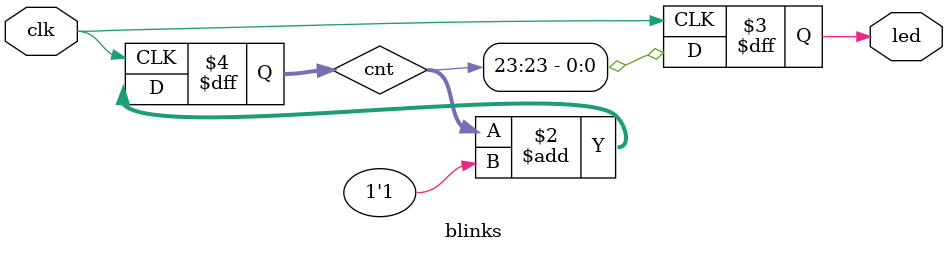
<source format=v>
module blinks(clk,led);

input clk;
output reg led;
reg[23:0] cnt;

always @ (posedge clk) begin
cnt<=cnt+1 'b1;
led<=cnt[23];

end

endmodule

</source>
